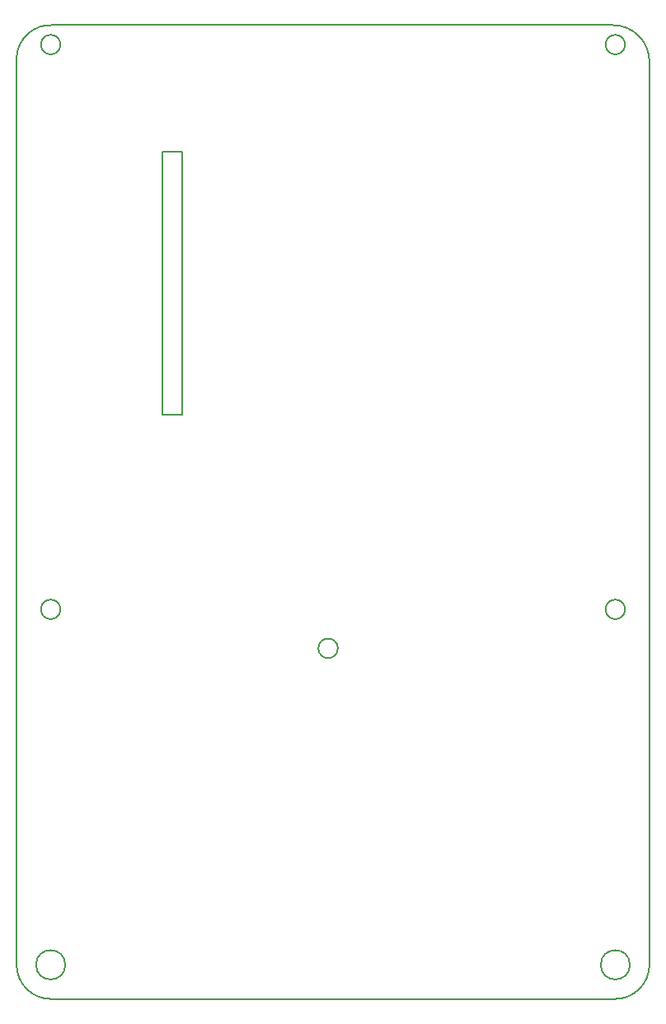
<source format=gbr>
G04 #@! TF.FileFunction,Profile,NP*
%FSLAX46Y46*%
G04 Gerber Fmt 4.6, Leading zero omitted, Abs format (unit mm)*
G04 Created by KiCad (PCBNEW 4.0.2-stable) date 7/30/2016 6:00:18 PM*
%MOMM*%
G01*
G04 APERTURE LIST*
%ADD10C,0.100000*%
%ADD11C,0.150000*%
G04 APERTURE END LIST*
D10*
D11*
X166500000Y-62000000D02*
G75*
G03X166500000Y-62000000I-1000000J0D01*
G01*
X119000000Y-100000000D02*
X121000000Y-100000000D01*
X119000000Y-73000000D02*
X121000000Y-73000000D01*
X121000000Y-100000000D02*
X121000000Y-73000000D01*
X119000000Y-73000000D02*
X119000000Y-100000000D01*
X137000000Y-124000000D02*
G75*
G03X137000000Y-124000000I-1000000J0D01*
G01*
X108500000Y-120000000D02*
G75*
G03X108500000Y-120000000I-1000000J0D01*
G01*
X166500000Y-120000000D02*
G75*
G03X166500000Y-120000000I-1000000J0D01*
G01*
X108500000Y-62000000D02*
G75*
G03X108500000Y-62000000I-1000000J0D01*
G01*
X167000000Y-156500000D02*
G75*
G03X167000000Y-156500000I-1500000J0D01*
G01*
X109000000Y-156500000D02*
G75*
G03X109000000Y-156500000I-1500000J0D01*
G01*
X104000000Y-156500000D02*
X104000000Y-156250000D01*
X165500000Y-160000000D02*
X107500000Y-160000000D01*
X165250000Y-60000000D02*
X107750000Y-60000000D01*
X169000000Y-63750000D02*
G75*
G03X165250000Y-60000000I-3750000J0D01*
G01*
X104000000Y-63250000D02*
X104000000Y-156250000D01*
X107750000Y-60000000D02*
G75*
G03X104000000Y-63250000I-250000J-3500000D01*
G01*
X104000000Y-156500000D02*
G75*
G03X107500000Y-160000000I3500000J0D01*
G01*
X165500000Y-160000000D02*
G75*
G03X169000000Y-156500000I0J3500000D01*
G01*
X169000000Y-63750000D02*
X169000000Y-156500000D01*
M02*

</source>
